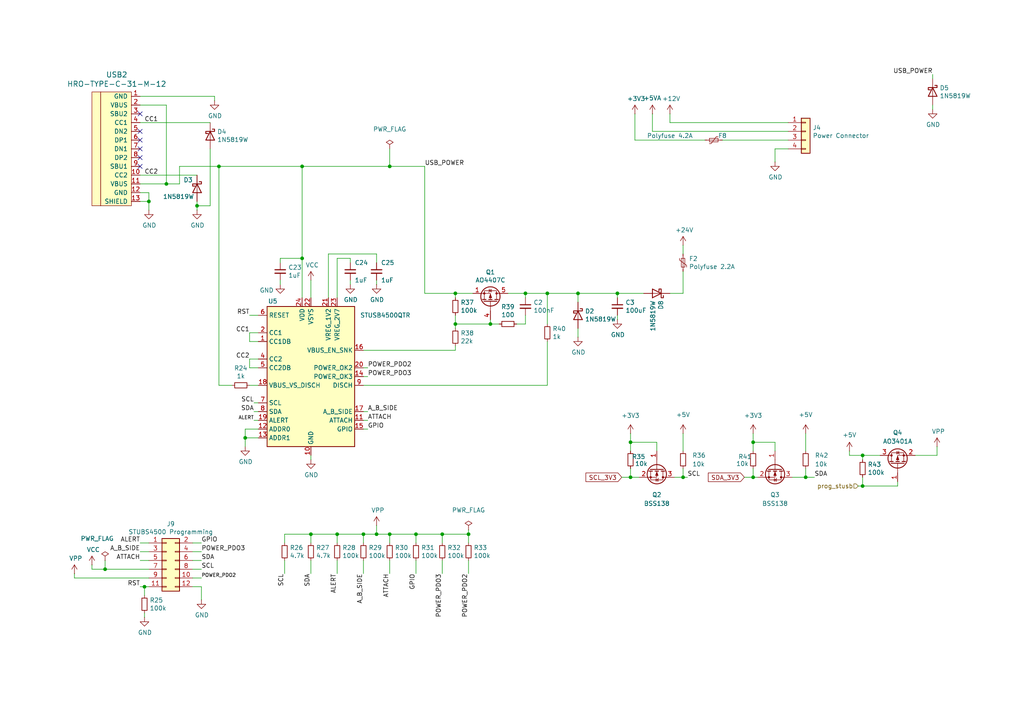
<source format=kicad_sch>
(kicad_sch (version 20231120) (generator "eeschema") (generator_version "8.0")
  (paper "A4")
  (title_block (title "Greaseweazle F7 Lighting, USB PD") (date "2023-08-27") (rev "2.04") (company "SweProj.com"))
  (lib_symbols
    (symbol "Connector_Generic:Conn_01x04" (pin_names (offset 1.016) hide)
      (property "Reference" "J" (at 0 5.08 0))
      (property "Value" "Conn_01x04" (at 0 -7.62 0))
      (symbol "Conn_01x04_1_1"
        (rectangle (start -1.27 -4.953) (end 0 -5.207) (stroke (width 0.1524)))
        (rectangle (start -1.27 -2.413) (end 0 -2.667) (stroke (width 0.1524)))
        (rectangle (start -1.27 0.127) (end 0 -0.127) (stroke (width 0.1524)))
        (rectangle (start -1.27 2.667) (end 0 2.413) (stroke (width 0.1524)))
        (rectangle (start -1.27 3.81) (end 1.27 -6.35) (stroke (width 0.254)) (fill (type background)))
        (pin passive line (at -5.08 2.54 0) (length 3.81) (name "Pin_1") (number "1"))
        (pin passive line (at -5.08 0 0) (length 3.81) (name "Pin_2") (number "2"))
        (pin passive line (at -5.08 -2.54 0) (length 3.81) (name "Pin_3") (number "3"))
        (pin passive line (at -5.08 -5.08 0) (length 3.81) (name "Pin_4") (number "4"))
      )
    )
    (symbol "Connector_Generic:Conn_02x06_Odd_Even" (pin_names (offset 1.016) hide)
      (property "Reference" "J" (at 1.27 7.62 0))
      (property "Value" "Conn_02x06_Odd_Even" (at 1.27 -10.16 0))
      (symbol "Conn_02x06_Odd_Even_1_1"
        (rectangle (start -1.27 -7.493) (end 0 -7.747) (stroke (width 0.1524)))
        (rectangle (start -1.27 -4.953) (end 0 -5.207) (stroke (width 0.1524)))
        (rectangle (start -1.27 -2.413) (end 0 -2.667) (stroke (width 0.1524)))
        (rectangle (start -1.27 0.127) (end 0 -0.127) (stroke (width 0.1524)))
        (rectangle (start -1.27 2.667) (end 0 2.413) (stroke (width 0.1524)))
        (rectangle (start -1.27 5.207) (end 0 4.953) (stroke (width 0.1524)))
        (rectangle (start -1.27 6.35) (end 3.81 -8.89) (stroke (width 0.254)) (fill (type background)))
        (rectangle (start 3.81 -7.493) (end 2.54 -7.747) (stroke (width 0.1524)))
        (rectangle (start 3.81 -4.953) (end 2.54 -5.207) (stroke (width 0.1524)))
        (rectangle (start 3.81 -2.413) (end 2.54 -2.667) (stroke (width 0.1524)))
        (rectangle (start 3.81 0.127) (end 2.54 -0.127) (stroke (width 0.1524)))
        (rectangle (start 3.81 2.667) (end 2.54 2.413) (stroke (width 0.1524)))
        (rectangle (start 3.81 5.207) (end 2.54 4.953) (stroke (width 0.1524)))
        (pin passive line (at -5.08 5.08 0) (length 3.81) (name "Pin_1") (number "1"))
        (pin passive line (at 7.62 -5.08 180) (length 3.81) (name "Pin_10") (number "10"))
        (pin passive line (at -5.08 -7.62 0) (length 3.81) (name "Pin_11") (number "11"))
        (pin passive line (at 7.62 -7.62 180) (length 3.81) (name "Pin_12") (number "12"))
        (pin passive line (at 7.62 5.08 180) (length 3.81) (name "Pin_2") (number "2"))
        (pin passive line (at -5.08 2.54 0) (length 3.81) (name "Pin_3") (number "3"))
        (pin passive line (at 7.62 2.54 180) (length 3.81) (name "Pin_4") (number "4"))
        (pin passive line (at -5.08 0 0) (length 3.81) (name "Pin_5") (number "5"))
        (pin passive line (at 7.62 0 180) (length 3.81) (name "Pin_6") (number "6"))
        (pin passive line (at -5.08 -2.54 0) (length 3.81) (name "Pin_7") (number "7"))
        (pin passive line (at 7.62 -2.54 180) (length 3.81) (name "Pin_8") (number "8"))
        (pin passive line (at -5.08 -5.08 0) (length 3.81) (name "Pin_9") (number "9"))
      )
    )
    (symbol "Device:C_Small" (pin_numbers hide) (pin_names (offset 0.254) hide)
      (property "Reference" "C" (at 0.254 1.778 0))
      (property "Value" "C_Small" (at 0.254 -2.032 0))
      (symbol "C_Small_0_1"
        (polyline (pts (xy -1.524 -0.508) (xy 1.524 -0.508)) (stroke (width 0.3302)))
        (polyline (pts (xy -1.524 0.508) (xy 1.524 0.508)) (stroke (width 0.3048)))
      )
      (symbol "C_Small_1_1"
        (pin passive line (at 0 2.54 270) (length 2.032) (name "~") (number "1"))
        (pin passive line (at 0 -2.54 90) (length 2.032) (name "~") (number "2"))
      )
    )
    (symbol "Device:D_Schottky" (pin_numbers hide) (pin_names (offset 1.016) hide)
      (property "Reference" "D" (at 0 2.54 0))
      (property "Value" "D_Schottky" (at 0 -2.54 0))
      (symbol "D_Schottky_0_1"
        (polyline (pts (xy 1.27 0) (xy -1.27 0)))
        (polyline (pts (xy 1.27 1.27) (xy 1.27 -1.27) (xy -1.27 0) (xy 1.27 1.27)) (stroke (width 0.254)))
        (polyline (pts (xy -1.905 0.635) (xy -1.905 1.27) (xy -1.27 1.27) (xy -1.27 -1.27) (xy -0.635 -1.27) (xy -0.635 -0.635)) (stroke (width 0.254)))
      )
      (symbol "D_Schottky_1_1"
        (pin passive line (at -3.81 0 0) (length 2.54) (name "K") (number "1"))
        (pin passive line (at 3.81 0 180) (length 2.54) (name "A") (number "2"))
      )
    )
    (symbol "Device:Polyfuse_Small" (pin_numbers hide) (pin_names (offset 0))
      (property "Reference" "F" (at -1.905 0 90))
      (property "Value" "Polyfuse_Small" (at 1.905 0 90))
      (symbol "Polyfuse_Small_0_1"
        (rectangle (start -0.508 1.27) (end 0.508 -1.27))
        (polyline (pts (xy 0 2.54) (xy 0 -2.54)))
        (polyline (pts (xy -1.016 1.27) (xy -1.016 0.762) (xy 1.016 -0.762) (xy 1.016 -1.27)))
      )
      (symbol "Polyfuse_Small_1_1"
        (pin passive line (at 0 2.54 270) (length 0.635) (name "~") (number "1"))
        (pin passive line (at 0 -2.54 90) (length 0.635) (name "~") (number "2"))
      )
    )
    (symbol "Device:R_Small" (pin_numbers hide) (pin_names (offset 0.254) hide)
      (property "Reference" "R" (at 0.762 0.508 0))
      (property "Value" "R_Small" (at 0.762 -1.016 0))
      (symbol "R_Small_0_1"
        (rectangle (start -0.762 1.778) (end 0.762 -1.778) (stroke (width 0.2032)))
      )
      (symbol "R_Small_1_1"
        (pin passive line (at 0 2.54 270) (length 0.762) (name "~") (number "1"))
        (pin passive line (at 0 -2.54 90) (length 0.762) (name "~") (number "2"))
      )
    )
    (symbol "Greaseweazle:HRO-TYPE-C-31-M-12" (pin_names (offset 1.016))
      (property "Reference" "USB" (at -5.08 16.51 0))
      (property "Value" "HRO-TYPE-C-31-M-12" (at -10.16 -1.27 90))
      (symbol "HRO-TYPE-C-31-M-12_0_1"
        (rectangle (start -11.43 15.24) (end -8.89 -17.78) (fill (type background)))
        (rectangle (start 0 -17.78) (end -8.89 15.24) (fill (type background)))
      )
      (symbol "HRO-TYPE-C-31-M-12_1_1"
        (pin input line (at 2.54 13.97 180) (length 2.54) (name "GND") (number "1"))
        (pin input line (at 2.54 -8.89 180) (length 2.54) (name "CC2") (number "10"))
        (pin input line (at 2.54 -11.43 180) (length 2.54) (name "VBUS") (number "11"))
        (pin input line (at 2.54 -13.97 180) (length 2.54) (name "GND") (number "12"))
        (pin input line (at 2.54 -16.51 180) (length 2.54) (name "SHIELD") (number "13"))
        (pin input line (at 2.54 11.43 180) (length 2.54) (name "VBUS") (number "2"))
        (pin input line (at 2.54 8.89 180) (length 2.54) (name "SBU2") (number "3"))
        (pin input line (at 2.54 6.35 180) (length 2.54) (name "CC1") (number "4"))
        (pin input line (at 2.54 3.81 180) (length 2.54) (name "DN2") (number "5"))
        (pin input line (at 2.54 1.27 180) (length 2.54) (name "DP1") (number "6"))
        (pin input line (at 2.54 -1.27 180) (length 2.54) (name "DN1") (number "7"))
        (pin input line (at 2.54 -3.81 180) (length 2.54) (name "DP2") (number "8"))
        (pin input line (at 2.54 -6.35 180) (length 2.54) (name "SBU1") (number "9"))
      )
    )
    (symbol "Interface_USB:STUSB4500QTR"
      (property "Reference" "U" (at -12.7 21.59 0))
      (property "Value" "STUSB4500QTR" (at 8.89 -21.59 0))
      (symbol "STUSB4500QTR_0_1"
        (rectangle (start -12.7 20.32) (end 12.7 -20.32) (stroke (width 0.254)) (fill (type background)))
      )
      (symbol "STUSB4500QTR_1_1"
        (pin bidirectional line (at -15.24 10.16 0) (length 2.54) (name "CC1DB") (number "1"))
        (pin power_in line (at 0 -22.86 90) (length 2.54) (name "GND") (number "10"))
        (pin open_collector line (at 15.24 -12.7 180) (length 2.54) (name "ATTACH") (number "11"))
        (pin input line (at -15.24 -15.24 0) (length 2.54) (name "ADDR0") (number "12"))
        (pin input line (at -15.24 -17.78 0) (length 2.54) (name "ADDR1") (number "13"))
        (pin open_collector line (at 15.24 0 180) (length 2.54) (name "POWER_OK3") (number "14"))
        (pin open_collector line (at 15.24 -15.24 180) (length 2.54) (name "GPIO") (number "15"))
        (pin open_collector line (at 15.24 7.62 180) (length 2.54) (name "VBUS_EN_SNK") (number "16"))
        (pin open_collector line (at 15.24 -10.16 180) (length 2.54) (name "A_B_SIDE") (number "17"))
        (pin input line (at -15.24 -2.54 0) (length 2.54) (name "VBUS_VS_DISCH") (number "18"))
        (pin open_collector line (at -15.24 -12.7 0) (length 2.54) (name "ALERT") (number "19"))
        (pin bidirectional line (at -15.24 12.7 0) (length 2.54) (name "CC1") (number "2"))
        (pin open_collector line (at 15.24 2.54 180) (length 2.54) (name "POWER_OK2") (number "20"))
        (pin power_out line (at 5.08 22.86 270) (length 2.54) (name "VREG_1V2") (number "21"))
        (pin power_in line (at 0 22.86 270) (length 2.54) (name "VSYS") (number "22"))
        (pin power_out line (at 7.62 22.86 270) (length 2.54) (name "VREG_2V7") (number "23"))
        (pin power_in line (at -2.54 22.86 270) (length 2.54) (name "VDD") (number "24"))
        (pin passive line (at 0 -22.86 90) (length 2.54) hide (name "GND") (number "25"))
        (pin no_connect line (at -12.7 15.24 0) (length 2.54) hide (name "NC") (number "3"))
        (pin bidirectional line (at -15.24 5.08 0) (length 2.54) (name "CC2") (number "4"))
        (pin bidirectional line (at -15.24 2.54 0) (length 2.54) (name "CC2DB") (number "5"))
        (pin input line (at -15.24 17.78 0) (length 2.54) (name "RESET") (number "6"))
        (pin input line (at -15.24 -7.62 0) (length 2.54) (name "SCL") (number "7"))
        (pin bidirectional line (at -15.24 -10.16 0) (length 2.54) (name "SDA") (number "8"))
        (pin bidirectional line (at 15.24 -2.54 180) (length 2.54) (name "DISCH") (number "9"))
      )
    )
    (symbol "Transistor_FET:AO3401A" (pin_names hide)
      (property "Reference" "Q" (at 5.08 1.905 0))
      (property "Value" "AO3401A" (at 5.08 0 0))
      (symbol "AO3401A_0_1"
        (polyline (pts (xy 0.254 0) (xy -2.54 0)))
        (polyline (pts (xy 0.254 1.905) (xy 0.254 -1.905)) (stroke (width 0.254)))
        (polyline (pts (xy 0.762 -1.27) (xy 0.762 -2.286)) (stroke (width 0.254)))
        (polyline (pts (xy 0.762 0.508) (xy 0.762 -0.508)) (stroke (width 0.254)))
        (polyline (pts (xy 0.762 2.286) (xy 0.762 1.27)) (stroke (width 0.254)))
        (polyline (pts (xy 2.54 2.54) (xy 2.54 1.778)))
        (polyline (pts (xy 2.54 -2.54) (xy 2.54 0) (xy 0.762 0)))
        (polyline (pts (xy 0.762 1.778) (xy 3.302 1.778) (xy 3.302 -1.778) (xy 0.762 -1.778)))
        (polyline (pts (xy 2.286 0) (xy 1.27 0.381) (xy 1.27 -0.381) (xy 2.286 0)) (fill (type outline)))
        (polyline (pts (xy 2.794 -0.508) (xy 2.921 -0.381) (xy 3.683 -0.381) (xy 3.81 -0.254)))
        (polyline (pts (xy 3.302 -0.381) (xy 2.921 0.254) (xy 3.683 0.254) (xy 3.302 -0.381)))
        (circle (center 1.651 0) (radius 2.794) (stroke (width 0.254)))
        (circle (center 2.54 -1.778) (radius 0.254) (fill (type outline)))
        (circle (center 2.54 1.778) (radius 0.254) (fill (type outline)))
      )
      (symbol "AO3401A_1_1"
        (pin input line (at -5.08 0 0) (length 2.54) (name "G") (number "1"))
        (pin passive line (at 2.54 -5.08 90) (length 2.54) (name "S") (number "2"))
        (pin passive line (at 2.54 5.08 270) (length 2.54) (name "D") (number "3"))
      )
    )
    (symbol "Transistor_FET:BSS138" (pin_names hide)
      (property "Reference" "Q" (at 5.08 1.905 0))
      (property "Value" "BSS138" (at 5.08 0 0))
      (symbol "BSS138_0_1"
        (polyline (pts (xy 0.254 0) (xy -2.54 0)))
        (polyline (pts (xy 0.254 1.905) (xy 0.254 -1.905)) (stroke (width 0.254)))
        (polyline (pts (xy 0.762 -1.27) (xy 0.762 -2.286)) (stroke (width 0.254)))
        (polyline (pts (xy 0.762 0.508) (xy 0.762 -0.508)) (stroke (width 0.254)))
        (polyline (pts (xy 0.762 2.286) (xy 0.762 1.27)) (stroke (width 0.254)))
        (polyline (pts (xy 2.54 2.54) (xy 2.54 1.778)))
        (polyline (pts (xy 2.54 -2.54) (xy 2.54 0) (xy 0.762 0)))
        (polyline (pts (xy 0.762 -1.778) (xy 3.302 -1.778) (xy 3.302 1.778) (xy 0.762 1.778)))
        (polyline (pts (xy 1.016 0) (xy 2.032 0.381) (xy 2.032 -0.381) (xy 1.016 0)) (fill (type outline)))
        (polyline (pts (xy 2.794 0.508) (xy 2.921 0.381) (xy 3.683 0.381) (xy 3.81 0.254)))
        (polyline (pts (xy 3.302 0.381) (xy 2.921 -0.254) (xy 3.683 -0.254) (xy 3.302 0.381)))
        (circle (center 1.651 0) (radius 2.794) (stroke (width 0.254)))
        (circle (center 2.54 -1.778) (radius 0.254) (fill (type outline)))
        (circle (center 2.54 1.778) (radius 0.254) (fill (type outline)))
      )
      (symbol "BSS138_1_1"
        (pin input line (at -5.08 0 0) (length 2.54) (name "G") (number "1"))
        (pin passive line (at 2.54 -5.08 90) (length 2.54) (name "S") (number "2"))
        (pin passive line (at 2.54 5.08 270) (length 2.54) (name "D") (number "3"))
      )
    )
    (symbol "Transistor_FET:IRF7404" (pin_names hide)
      (property "Reference" "Q" (at 5.08 1.905 0))
      (property "Value" "IRF7404" (at 5.08 0 0))
      (symbol "IRF7404_0_1"
        (polyline (pts (xy 0.254 0) (xy -2.54 0)))
        (polyline (pts (xy 0.254 1.905) (xy 0.254 -1.905)) (stroke (width 0.254)))
        (polyline (pts (xy 0.762 -1.27) (xy 0.762 -2.286)) (stroke (width 0.254)))
        (polyline (pts (xy 0.762 0.508) (xy 0.762 -0.508)) (stroke (width 0.254)))
        (polyline (pts (xy 0.762 2.286) (xy 0.762 1.27)) (stroke (width 0.254)))
        (polyline (pts (xy 2.54 2.54) (xy 2.54 1.778)))
        (polyline (pts (xy 2.54 -2.54) (xy 2.54 0) (xy 0.762 0)))
        (polyline (pts (xy 0.762 1.778) (xy 3.302 1.778) (xy 3.302 -1.778) (xy 0.762 -1.778)))
        (polyline (pts (xy 2.286 0) (xy 1.27 0.381) (xy 1.27 -0.381) (xy 2.286 0)) (fill (type outline)))
        (polyline (pts (xy 2.794 -0.508) (xy 2.921 -0.381) (xy 3.683 -0.381) (xy 3.81 -0.254)))
        (polyline (pts (xy 3.302 -0.381) (xy 2.921 0.254) (xy 3.683 0.254) (xy 3.302 -0.381)))
        (circle (center 1.651 0) (radius 2.794) (stroke (width 0.254)))
        (circle (center 2.54 -1.778) (radius 0.254) (fill (type outline)))
        (circle (center 2.54 1.778) (radius 0.254) (fill (type outline)))
      )
      (symbol "IRF7404_1_1"
        (pin passive line (at 2.54 -5.08 90) (length 2.54) (name "S") (number "1"))
        (pin passive line (at 2.54 -5.08 90) (length 2.54) hide (name "S") (number "2"))
        (pin passive line (at 2.54 -5.08 90) (length 2.54) hide (name "S") (number "3"))
        (pin passive line (at -5.08 0 0) (length 2.54) (name "G") (number "4"))
        (pin passive line (at 2.54 5.08 270) (length 2.54) (name "D") (number "5"))
        (pin passive line (at 2.54 5.08 270) (length 2.54) hide (name "D") (number "6"))
        (pin passive line (at 2.54 5.08 270) (length 2.54) hide (name "D") (number "7"))
        (pin passive line (at 2.54 5.08 270) (length 2.54) hide (name "D") (number "8"))
      )
    )
    (symbol "power:+12V" (power) (pin_numbers hide) (pin_names (offset 0) hide)
      (property "Value" "+12V" (at 0 3.556 0))
      (symbol "+12V_0_1"
        (polyline (pts (xy -0.762 1.27) (xy 0 2.54)))
        (polyline (pts (xy 0 0) (xy 0 2.54)))
        (polyline (pts (xy 0 2.54) (xy 0.762 1.27)))
      )
      (symbol "+12V_1_1"
        (pin power_in line (at 0 0 90) (length 0) (name "~") (number "1"))
      )
    )
    (symbol "power:+24V" (power) (pin_numbers hide) (pin_names (offset 0) hide)
      (property "Value" "+24V" (at 0 3.556 0))
      (symbol "+24V_0_1"
        (polyline (pts (xy -0.762 1.27) (xy 0 2.54)))
        (polyline (pts (xy 0 0) (xy 0 2.54)))
        (polyline (pts (xy 0 2.54) (xy 0.762 1.27)))
      )
      (symbol "+24V_1_1"
        (pin power_in line (at 0 0 90) (length 0) (name "~") (number "1"))
      )
    )
    (symbol "power:+3V3" (power) (pin_numbers hide) (pin_names (offset 0) hide)
      (property "Value" "+3V3" (at 0 3.556 0))
      (symbol "+3V3_0_1"
        (polyline (pts (xy -0.762 1.27) (xy 0 2.54)))
        (polyline (pts (xy 0 0) (xy 0 2.54)))
        (polyline (pts (xy 0 2.54) (xy 0.762 1.27)))
      )
      (symbol "+3V3_1_1"
        (pin power_in line (at 0 0 90) (length 0) (name "~") (number "1"))
      )
    )
    (symbol "power:+5V" (power) (pin_numbers hide) (pin_names (offset 0) hide)
      (property "Value" "+5V" (at 0 3.556 0))
      (symbol "+5V_0_1"
        (polyline (pts (xy -0.762 1.27) (xy 0 2.54)))
        (polyline (pts (xy 0 0) (xy 0 2.54)))
        (polyline (pts (xy 0 2.54) (xy 0.762 1.27)))
      )
      (symbol "+5V_1_1"
        (pin power_in line (at 0 0 90) (length 0) (name "~") (number "1"))
      )
    )
    (symbol "power:+5VA" (power) (pin_numbers hide) (pin_names (offset 0) hide)
      (property "Value" "+5VA" (at 0 3.556 0))
      (symbol "+5VA_0_1"
        (polyline (pts (xy -0.762 1.27) (xy 0 2.54)))
        (polyline (pts (xy 0 0) (xy 0 2.54)))
        (polyline (pts (xy 0 2.54) (xy 0.762 1.27)))
      )
      (symbol "+5VA_1_1"
        (pin power_in line (at 0 0 90) (length 0) (name "~") (number "1"))
      )
    )
    (symbol "power:GND" (power) (pin_numbers hide) (pin_names (offset 0) hide)
      (property "Value" "GND" (at 0 -3.81 0))
      (symbol "GND_0_1"
        (polyline (pts (xy 0 0) (xy 0 -1.27) (xy 1.27 -1.27) (xy 0 -2.54) (xy -1.27 -1.27) (xy 0 -1.27)))
      )
      (symbol "GND_1_1"
        (pin power_in line (at 0 0 270) (length 0) (name "~") (number "1"))
      )
    )
    (symbol "power:PWR_FLAG" (power) (pin_numbers hide) (pin_names (offset 0) hide)
      (property "Value" "PWR_FLAG" (at 0 3.81 0))
      (symbol "PWR_FLAG_0_0"
        (pin power_out line (at 0 0 90) (length 0) (name "~") (number "1"))
      )
      (symbol "PWR_FLAG_0_1"
        (polyline (pts (xy 0 0) (xy 0 1.27) (xy -1.016 1.905) (xy 0 2.54) (xy 1.016 1.905) (xy 0 1.27)))
      )
    )
    (symbol "power:VCC" (power) (pin_numbers hide) (pin_names (offset 0) hide)
      (property "Value" "VCC" (at 0 3.556 0))
      (symbol "VCC_0_1"
        (polyline (pts (xy -0.762 1.27) (xy 0 2.54)))
        (polyline (pts (xy 0 0) (xy 0 2.54)))
        (polyline (pts (xy 0 2.54) (xy 0.762 1.27)))
      )
      (symbol "VCC_1_1"
        (pin power_in line (at 0 0 90) (length 0) (name "~") (number "1"))
      )
    )
    (symbol "power:VPP" (power) (pin_numbers hide) (pin_names (offset 0) hide)
      (property "Value" "VPP" (at 0 3.556 0))
      (symbol "VPP_0_1"
        (polyline (pts (xy -0.762 1.27) (xy 0 2.54)))
        (polyline (pts (xy 0 0) (xy 0 2.54)))
        (polyline (pts (xy 0 2.54) (xy 0.762 1.27)))
      )
      (symbol "VPP_1_1"
        (pin power_in line (at 0 0 90) (length 0) (name "~") (number "1"))
      )
    )
  )
  (junction (at 41.91 170.18))
  (junction (at 182.88 138.43))
  (junction (at 87.63 74.93))
  (junction (at 198.12 138.43))
  (junction (at 167.64 85.09))
  (junction (at 182.88 128.27))
  (junction (at 120.65 154.94))
  (junction (at 87.63 48.26))
  (junction (at 97.79 154.94))
  (junction (at 142.24 93.98))
  (junction (at 152.4 85.09))
  (junction (at 132.08 85.09))
  (junction (at 158.75 85.09))
  (junction (at 179.07 85.09))
  (junction (at 48.26 53.34))
  (junction (at 30.48 165.1))
  (junction (at 218.44 138.43))
  (junction (at 113.03 154.94))
  (junction (at 218.44 128.27))
  (junction (at 250.19 132.08))
  (junction (at 105.41 154.94))
  (junction (at 43.18 58.42))
  (junction (at 135.89 154.94))
  (junction (at 132.08 93.98))
  (junction (at 63.5 48.26))
  (junction (at 250.19 140.97))
  (junction (at 57.15 59.69))
  (junction (at 109.22 154.94))
  (junction (at 233.68 138.43))
  (junction (at 90.17 154.94))
  (junction (at 128.27 154.94))
  (junction (at 113.03 48.26))
  (junction (at 71.12 127))
  (no_connect (at 40.64 33.02))
  (no_connect (at 40.64 48.26))
  (no_connect (at 40.64 40.64))
  (no_connect (at 40.64 45.72))
  (no_connect (at 40.64 38.1))
  (no_connect (at 40.64 43.18))
  (wire (pts (xy 58.42 170.18) (xy 58.42 173.99)))
  (wire (pts (xy 43.18 58.42) (xy 43.18 60.96)))
  (wire (pts (xy 113.03 43.18) (xy 113.03 48.26)))
  (wire (pts (xy 55.88 157.48) (xy 58.42 157.48)))
  (wire (pts (xy 97.79 86.36) (xy 97.79 74.93)))
  (wire (pts (xy 184.15 33.02) (xy 184.15 40.64)))
  (wire (pts (xy 74.93 91.44) (xy 72.39 91.44)))
  (wire (pts (xy 132.08 100.33) (xy 132.08 101.6)))
  (wire (pts (xy 194.31 33.02) (xy 194.31 35.56)))
  (wire (pts (xy 132.08 93.98) (xy 142.24 93.98)))
  (wire (pts (xy 179.07 91.44) (xy 179.07 92.71)))
  (wire (pts (xy 81.28 81.28) (xy 81.28 82.55)))
  (wire (pts (xy 233.68 138.43) (xy 236.22 138.43)))
  (wire (pts (xy 233.68 125.73) (xy 233.68 130.81)))
  (wire (pts (xy 142.24 93.98) (xy 142.24 92.71)))
  (wire (pts (xy 55.88 165.1) (xy 58.42 165.1)))
  (wire (pts (xy 105.41 124.46) (xy 106.68 124.46)))
  (wire (pts (xy 48.26 53.34) (xy 52.07 53.34)))
  (wire (pts (xy 71.12 124.46) (xy 71.12 127)))
  (wire (pts (xy 128.27 162.56) (xy 128.27 166.37)))
  (wire (pts (xy 105.41 109.22) (xy 106.68 109.22)))
  (wire (pts (xy 60.96 43.18) (xy 60.96 59.69)))
  (wire (pts (xy 132.08 85.09) (xy 137.16 85.09)))
  (wire (pts (xy 120.65 154.94) (xy 120.65 157.48)))
  (wire (pts (xy 72.39 106.68) (xy 72.39 104.14)))
  (wire (pts (xy 218.44 128.27) (xy 218.44 130.81)))
  (wire (pts (xy 224.79 128.27) (xy 224.79 130.81)))
  (wire (pts (xy 109.22 73.66) (xy 109.22 76.2)))
  (wire (pts (xy 180.34 138.43) (xy 182.88 138.43)))
  (wire (pts (xy 82.55 154.94) (xy 90.17 154.94)))
  (wire (pts (xy 194.31 35.56) (xy 228.6 35.56)))
  (wire (pts (xy 40.64 162.56) (xy 43.18 162.56)))
  (wire (pts (xy 190.5 128.27) (xy 182.88 128.27)))
  (wire (pts (xy 152.4 93.98) (xy 152.4 91.44)))
  (wire (pts (xy 87.63 86.36) (xy 87.63 74.93)))
  (wire (pts (xy 198.12 78.74) (xy 198.12 85.09)))
  (wire (pts (xy 87.63 74.93) (xy 81.28 74.93)))
  (wire (pts (xy 109.22 154.94) (xy 113.03 154.94)))
  (wire (pts (xy 224.79 46.99) (xy 224.79 43.18)))
  (wire (pts (xy 72.39 99.06) (xy 74.93 99.06)))
  (wire (pts (xy 215.9 138.43) (xy 218.44 138.43)))
  (wire (pts (xy 109.22 152.4) (xy 109.22 154.94)))
  (wire (pts (xy 41.91 170.18) (xy 43.18 170.18)))
  (wire (pts (xy 229.87 138.43) (xy 233.68 138.43)))
  (wire (pts (xy 120.65 154.94) (xy 128.27 154.94)))
  (wire (pts (xy 195.58 138.43) (xy 198.12 138.43)))
  (wire (pts (xy 135.89 153.67) (xy 135.89 154.94)))
  (wire (pts (xy 113.03 154.94) (xy 113.03 157.48)))
  (wire (pts (xy 233.68 135.89) (xy 233.68 138.43)))
  (wire (pts (xy 55.88 170.18) (xy 58.42 170.18)))
  (wire (pts (xy 105.41 162.56) (xy 105.41 166.37)))
  (wire (pts (xy 105.41 111.76) (xy 158.75 111.76)))
  (wire (pts (xy 74.93 106.68) (xy 72.39 106.68)))
  (wire (pts (xy 48.26 30.48) (xy 48.26 53.34)))
  (wire (pts (xy 182.88 138.43) (xy 185.42 138.43)))
  (wire (pts (xy 72.39 104.14) (xy 74.93 104.14)))
  (wire (pts (xy 270.51 21.59) (xy 270.51 22.86)))
  (wire (pts (xy 113.03 162.56) (xy 113.03 166.37)))
  (wire (pts (xy 21.59 167.64) (xy 43.18 167.64)))
  (wire (pts (xy 97.79 154.94) (xy 105.41 154.94)))
  (wire (pts (xy 179.07 85.09) (xy 186.69 85.09)))
  (wire (pts (xy 41.91 170.18) (xy 41.91 172.72)))
  (wire (pts (xy 123.19 48.26) (xy 123.19 85.09)))
  (wire (pts (xy 30.48 162.56) (xy 30.48 165.1)))
  (wire (pts (xy 71.12 127) (xy 71.12 129.54)))
  (wire (pts (xy 182.88 128.27) (xy 182.88 130.81)))
  (wire (pts (xy 74.93 116.84) (xy 73.66 116.84)))
  (wire (pts (xy 218.44 138.43) (xy 219.71 138.43)))
  (wire (pts (xy 250.19 132.08) (xy 250.19 133.35)))
  (wire (pts (xy 135.89 162.56) (xy 135.89 166.37)))
  (wire (pts (xy 113.03 154.94) (xy 120.65 154.94)))
  (wire (pts (xy 82.55 162.56) (xy 82.55 166.37)))
  (wire (pts (xy 167.64 95.25) (xy 167.64 97.79)))
  (wire (pts (xy 40.64 170.18) (xy 41.91 170.18)))
  (wire (pts (xy 52.07 48.26) (xy 63.5 48.26)))
  (wire (pts (xy 246.38 132.08) (xy 250.19 132.08)))
  (wire (pts (xy 63.5 111.76) (xy 67.31 111.76)))
  (wire (pts (xy 250.19 140.97) (xy 260.35 140.97)))
  (wire (pts (xy 73.66 119.38) (xy 74.93 119.38)))
  (wire (pts (xy 90.17 132.08) (xy 90.17 133.35)))
  (wire (pts (xy 184.15 40.64) (xy 204.47 40.64)))
  (wire (pts (xy 30.48 165.1) (xy 43.18 165.1)))
  (wire (pts (xy 128.27 154.94) (xy 135.89 154.94)))
  (wire (pts (xy 132.08 93.98) (xy 132.08 95.25)))
  (wire (pts (xy 105.41 101.6) (xy 132.08 101.6)))
  (wire (pts (xy 158.75 99.06) (xy 158.75 111.76)))
  (wire (pts (xy 128.27 154.94) (xy 128.27 157.48)))
  (wire (pts (xy 97.79 157.48) (xy 97.79 154.94)))
  (wire (pts (xy 40.64 157.48) (xy 43.18 157.48)))
  (wire (pts (xy 87.63 48.26) (xy 87.63 74.93)))
  (wire (pts (xy 167.64 85.09) (xy 179.07 85.09)))
  (wire (pts (xy 40.64 50.8) (xy 57.15 50.8)))
  (wire (pts (xy 198.12 138.43) (xy 199.39 138.43)))
  (wire (pts (xy 26.67 163.83) (xy 26.67 165.1)))
  (wire (pts (xy 271.78 129.54) (xy 271.78 132.08)))
  (wire (pts (xy 63.5 48.26) (xy 87.63 48.26)))
  (wire (pts (xy 135.89 154.94) (xy 135.89 157.48)))
  (wire (pts (xy 105.41 119.38) (xy 106.68 119.38)))
  (wire (pts (xy 109.22 81.28) (xy 109.22 82.55)))
  (wire (pts (xy 198.12 71.12) (xy 198.12 73.66)))
  (wire (pts (xy 132.08 85.09) (xy 132.08 86.36)))
  (wire (pts (xy 40.64 35.56) (xy 60.96 35.56)))
  (wire (pts (xy 41.91 177.8) (xy 41.91 179.07)))
  (wire (pts (xy 189.23 33.02) (xy 189.23 38.1)))
  (wire (pts (xy 90.17 162.56) (xy 90.17 166.37)))
  (wire (pts (xy 55.88 167.64) (xy 58.42 167.64)))
  (wire (pts (xy 40.64 53.34) (xy 48.26 53.34)))
  (wire (pts (xy 40.64 27.94) (xy 62.23 27.94)))
  (wire (pts (xy 120.65 162.56) (xy 120.65 166.37)))
  (wire (pts (xy 113.03 48.26) (xy 123.19 48.26)))
  (wire (pts (xy 105.41 154.94) (xy 105.41 157.48)))
  (wire (pts (xy 72.39 96.52) (xy 74.93 96.52)))
  (wire (pts (xy 250.19 132.08) (xy 255.27 132.08)))
  (wire (pts (xy 152.4 85.09) (xy 152.4 86.36)))
  (wire (pts (xy 97.79 74.93) (xy 101.6 74.93)))
  (wire (pts (xy 250.19 138.43) (xy 250.19 140.97)))
  (wire (pts (xy 95.25 86.36) (xy 95.25 73.66)))
  (wire (pts (xy 270.51 30.48) (xy 270.51 31.75)))
  (wire (pts (xy 101.6 74.93) (xy 101.6 76.2)))
  (wire (pts (xy 218.44 128.27) (xy 224.79 128.27)))
  (wire (pts (xy 55.88 160.02) (xy 58.42 160.02)))
  (wire (pts (xy 142.24 93.98) (xy 144.78 93.98)))
  (wire (pts (xy 260.35 140.97) (xy 260.35 139.7)))
  (wire (pts (xy 218.44 125.73) (xy 218.44 128.27)))
  (wire (pts (xy 158.75 85.09) (xy 167.64 85.09)))
  (wire (pts (xy 224.79 43.18) (xy 228.6 43.18)))
  (wire (pts (xy 182.88 135.89) (xy 182.88 138.43)))
  (wire (pts (xy 182.88 125.73) (xy 182.88 128.27)))
  (wire (pts (xy 218.44 135.89) (xy 218.44 138.43)))
  (wire (pts (xy 72.39 96.52) (xy 72.39 99.06)))
  (wire (pts (xy 74.93 124.46) (xy 71.12 124.46)))
  (wire (pts (xy 152.4 85.09) (xy 158.75 85.09)))
  (wire (pts (xy 57.15 59.69) (xy 57.15 60.96)))
  (wire (pts (xy 209.55 40.64) (xy 228.6 40.64)))
  (wire (pts (xy 81.28 74.93) (xy 81.28 76.2)))
  (wire (pts (xy 62.23 27.94) (xy 62.23 29.21)))
  (wire (pts (xy 248.92 140.97) (xy 250.19 140.97)))
  (wire (pts (xy 198.12 125.73) (xy 198.12 130.81)))
  (wire (pts (xy 60.96 59.69) (xy 57.15 59.69)))
  (wire (pts (xy 63.5 48.26) (xy 63.5 111.76)))
  (wire (pts (xy 52.07 53.34) (xy 52.07 48.26)))
  (wire (pts (xy 90.17 81.28) (xy 90.17 86.36)))
  (wire (pts (xy 71.12 127) (xy 74.93 127)))
  (wire (pts (xy 246.38 130.81) (xy 246.38 132.08)))
  (wire (pts (xy 73.66 121.92) (xy 74.93 121.92)))
  (wire (pts (xy 158.75 85.09) (xy 158.75 93.98)))
  (wire (pts (xy 87.63 48.26) (xy 113.03 48.26)))
  (wire (pts (xy 26.67 165.1) (xy 30.48 165.1)))
  (wire (pts (xy 57.15 58.42) (xy 57.15 59.69)))
  (wire (pts (xy 101.6 81.28) (xy 101.6 82.55)))
  (wire (pts (xy 132.08 91.44) (xy 132.08 93.98)))
  (wire (pts (xy 198.12 135.89) (xy 198.12 138.43)))
  (wire (pts (xy 90.17 154.94) (xy 97.79 154.94)))
  (wire (pts (xy 95.25 73.66) (xy 109.22 73.66)))
  (wire (pts (xy 105.41 106.68) (xy 106.68 106.68)))
  (wire (pts (xy 265.43 132.08) (xy 271.78 132.08)))
  (wire (pts (xy 72.39 111.76) (xy 74.93 111.76)))
  (wire (pts (xy 90.17 157.48) (xy 90.17 154.94)))
  (wire (pts (xy 55.88 162.56) (xy 58.42 162.56)))
  (wire (pts (xy 123.19 85.09) (xy 132.08 85.09)))
  (wire (pts (xy 147.32 85.09) (xy 152.4 85.09)))
  (wire (pts (xy 167.64 85.09) (xy 167.64 87.63)))
  (wire (pts (xy 40.64 58.42) (xy 43.18 58.42)))
  (wire (pts (xy 190.5 128.27) (xy 190.5 130.81)))
  (wire (pts (xy 21.59 166.37) (xy 21.59 167.64)))
  (wire (pts (xy 179.07 85.09) (xy 179.07 86.36)))
  (wire (pts (xy 194.31 85.09) (xy 198.12 85.09)))
  (wire (pts (xy 40.64 160.02) (xy 43.18 160.02)))
  (wire (pts (xy 149.86 93.98) (xy 152.4 93.98)))
  (wire (pts (xy 105.41 121.92) (xy 106.68 121.92)))
  (wire (pts (xy 82.55 157.48) (xy 82.55 154.94)))
  (wire (pts (xy 189.23 38.1) (xy 228.6 38.1)))
  (wire (pts (xy 97.79 162.56) (xy 97.79 166.37)))
  (wire (pts (xy 43.18 55.88) (xy 43.18 58.42)))
  (wire (pts (xy 40.64 55.88) (xy 43.18 55.88)))
  (wire (pts (xy 40.64 30.48) (xy 48.26 30.48)))
  (wire (pts (xy 105.41 154.94) (xy 109.22 154.94)))
  (label "A_B_SIDE" (at 105.41 166.37 270))
  (label "SCL" (at 58.42 165.1 0))
  (label "USB_POWER" (at 123.19 48.26 0))
  (label "POWER_PDO2" (at 58.42 167.64 0) (effects (font (size 1 1))))
  (label "SDA" (at 58.42 162.56 0))
  (label "POWER_PDO3" (at 106.68 109.22 0))
  (label "RST" (at 72.39 91.44 180))
  (label "CC1" (at 41.91 35.56 0))
  (label "A_B_SIDE" (at 106.68 119.38 0))
  (label "SCL" (at 73.66 116.84 180))
  (label "SCL" (at 199.39 138.43 0))
  (label "ATTACH" (at 40.64 162.56 180))
  (label "CC2" (at 41.91 50.8 0))
  (label "SDA" (at 73.66 119.38 180))
  (label "SDA" (at 236.22 138.43 0))
  (label "GPIO" (at 106.68 124.46 0))
  (label "SDA" (at 90.17 166.37 270))
  (label "ATTACH" (at 113.03 166.37 270))
  (label "ALERT" (at 40.64 157.48 180))
  (label "ATTACH" (at 106.68 121.92 0))
  (label "POWER_PDO2" (at 135.89 166.37 270))
  (label "GPIO" (at 58.42 157.48 0))
  (label "POWER_PDO3" (at 128.27 166.37 270))
  (label "ALERT" (at 97.79 166.37 270))
  (label "GPIO" (at 120.65 166.37 270))
  (label "RST" (at 40.64 170.18 180))
  (label "POWER_PDO3" (at 58.42 160.02 0))
  (label "CC2" (at 72.39 104.14 180))
  (label "USB_POWER" (at 270.51 21.59 180))
  (label "A_B_SIDE" (at 40.64 160.02 180))
  (label "POWER_PDO2" (at 106.68 106.68 0))
  (label "SCL" (at 82.55 166.37 270))
  (label "ALERT" (at 73.66 121.92 180) (effects (font (size 1 1))))
  (label "CC1" (at 72.39 96.52 180))
  (global_label "SCL_3V3" (shape input) (at 180.34 138.43 180) (property "Intersheetrefs" "${INTERSHEET_REFS}" (effects (hide yes))))
  (global_label "SDA_3V3" (shape input) (at 215.9 138.43 180) (property "Intersheetrefs" "${INTERSHEET_REFS}" (effects (hide yes))))
  (hierarchical_label "prog_stusb" (shape input) (at 248.92 140.97 180))
  (symbol (lib_id "Device:Polyfuse_Small") (at 207.01 40.64 270) (unit 1)
    (property "Reference" "F8" (at 209.55 39.37 90))
    (property "Value" "Polyfuse 4.2A" (at 194.31 39.37 90))
    (property "Footprint" "Greaseweazle:Fuse_2018Metric" (effects (hide yes)))
    (property "Description" "Resettable fuse, polymeric positive temperature coefficient, small symbol" (effects (hide yes)))
    (property "LCSC" "C21007" (effects (hide yes)))
  )
  (symbol (lib_id "power:+3V3") (at 184.15 33.02 0) (unit 1)
    (property "Reference" "#PWR0165" (effects (hide yes)))
    (property "Value" "+3V3" (at 184.531 28.6258 0))
    (property "Description" "Power symbol creates a global label with name \"+3V3\"" (effects (hide yes)))
  )
  (symbol (lib_id "Interface_USB:STUSB4500QTR") (at 90.17 109.22 0) (unit 1)
    (property "Reference" "U5" (at 79.121 87.376 0))
    (property "Value" "STUSB4500QTR" (at 111.76 91.44 0))
    (property "Footprint" "Package_DFN_QFN:QFN-24-1EP_4x4mm_P0.5mm_EP2.7x2.7mm" (effects (hide yes)))
    (property "Datasheet" "https://www.st.com/resource/en/datasheet/stusb4500.pdf" (effects (hide yes)))
    (property "Description" "Stand-alone USB PD controller (with sink Auto-run mode), QFN-24" (effects (hide yes)))
    (property "LCSC" "C2678061" (effects (hide yes)))
  )
  (symbol (lib_id "Greaseweazle:HRO-TYPE-C-31-M-12") (at 38.1 41.91 0) (unit 1)
    (property "Reference" "USB2" (at 33.8582 21.6662 0) (effects (font (size 1.524 1.524))))
    (property "Value" "HRO-TYPE-C-31-M-12" (at 33.8582 24.3586 0) (effects (font (size 1.524 1.524))))
    (property "Footprint" "Greaseweazle:HRO-TYPE-C-31-M-12" (effects (hide yes)))
    (property "Datasheet" "https://datasheet.lcsc.com/szlcsc/1811131825_Korean-Hroparts-Elec-TYPE-C-31-M-12_C165948.pdf" (effects (hide yes)))
    (property "LCSC" "C165948" (effects (hide yes)))
  )
  (symbol (lib_id "Connector_Generic:Conn_01x04") (at 233.68 38.1 0) (unit 1)
    (property "Reference" "J4" (at 235.712 37.0332 0) (effects (justify left)))
    (property "Value" "Power Connector" (at 235.712 39.3446 0) (effects (justify left)))
    (property "Footprint" "Connector_Phoenix_MC:PhoenixContact_MC_1,5_4-G-3.81_1x04_P3.81mm_Horizontal" (effects (hide yes)))
    (property "Description" "Generic connector, single row, 01x04, script generated (kicad-library-utils/schlib/autogen/connector/)" (effects (hide yes)))
  )
  (symbol (lib_id "Device:D_Schottky") (at 270.51 26.67 270) (unit 1)
    (property "Reference" "D5" (at 272.542 25.5016 90) (effects (justify left)))
    (property "Value" "1N5819W" (at 272.542 27.813 90) (effects (justify left)))
    (property "Footprint" "Diode_SMD:D_SOD-123" (effects (hide yes)))
    (property "Description" "Schottky diode" (effects (hide yes)))
    (property "LCSC" "C963381" (effects (hide yes)))
  )
  (symbol (lib_id "power:GND") (at 270.51 31.75 0) (unit 1)
    (property "Reference" "#PWR0123" (effects (hide yes)))
    (property "Value" "GND" (at 270.637 36.1442 0))
    (property "Description" "Power symbol creates a global label with name \"GND\" , ground" (effects (hide yes)))
  )
  (symbol (lib_id "Device:D_Schottky") (at 57.15 54.61 270) (unit 1)
    (property "Reference" "D3" (at 53.213 52.197 90) (effects (justify left)))
    (property "Value" "1N5819W" (at 47.244 57.023 90) (effects (justify left)))
    (property "Footprint" "Diode_SMD:D_SOD-123" (effects (hide yes)))
    (property "Description" "Schottky diode" (effects (hide yes)))
    (property "LCSC" "C963381" (effects (hide yes)))
  )
  (symbol (lib_id "power:GND") (at 57.15 60.96 0) (unit 1)
    (property "Reference" "#PWR0124" (effects (hide yes)))
    (property "Value" "GND" (at 57.277 65.3542 0))
    (property "Description" "Power symbol creates a global label with name \"GND\" , ground" (effects (hide yes)))
  )
  (symbol (lib_id "Device:D_Schottky") (at 60.96 39.37 270) (unit 1)
    (property "Reference" "D4" (at 62.992 38.2016 90) (effects (justify left)))
    (property "Value" "1N5819W" (at 62.992 40.513 90) (effects (justify left)))
    (property "Footprint" "Diode_SMD:D_SOD-123" (effects (hide yes)))
    (property "Description" "Schottky diode" (effects (hide yes)))
    (property "LCSC" "C963381" (effects (hide yes)))
  )
  (symbol (lib_id "power:GND") (at 43.18 60.96 0) (unit 1)
    (property "Reference" "#PWR0125" (effects (hide yes)))
    (property "Value" "GND" (at 43.307 65.3542 0))
    (property "Description" "Power symbol creates a global label with name \"GND\" , ground" (effects (hide yes)))
  )
  (symbol (lib_id "power:GND") (at 62.23 29.21 0) (unit 1)
    (property "Reference" "#PWR0127" (effects (hide yes)))
    (property "Value" "GND" (at 62.357 33.6042 0))
    (property "Description" "Power symbol creates a global label with name \"GND\" , ground" (effects (hide yes)))
  )
  (symbol (lib_id "Device:R_Small") (at 69.85 111.76 270) (unit 1)
    (property "Reference" "R24" (at 69.85 106.7816 90))
    (property "Value" "1k" (at 69.85 109.093 90))
    (property "Footprint" "Resistor_SMD:R_0402_1005Metric" (effects (hide yes)))
    (property "Description" "Resistor, small symbol" (effects (hide yes)))
    (property "LCSC" "C11702" (effects (hide yes)))
  )
  (symbol (lib_id "power:GND") (at 71.12 129.54 0) (unit 1)
    (property "Reference" "#PWR0122" (effects (hide yes)))
    (property "Value" "GND" (at 71.247 133.9342 0))
    (property "Description" "Power symbol creates a global label with name \"GND\" , ground" (effects (hide yes)))
  )
  (symbol (lib_id "power:GND") (at 90.17 133.35 0) (unit 1)
    (property "Reference" "#PWR0126" (effects (hide yes)))
    (property "Value" "GND" (at 90.297 137.7442 0))
    (property "Description" "Power symbol creates a global label with name \"GND\" , ground" (effects (hide yes)))
  )
  (symbol (lib_id "Connector_Generic:Conn_02x06_Odd_Even") (at 48.26 162.56 0) (unit 1)
    (property "Reference" "J9" (at 49.53 151.9682 0))
    (property "Value" "STUBS4500 Programming" (at 49.53 154.2796 0))
    (property "Footprint" "Connector_IDC:IDC-Header_2x06_P2.54mm_Vertical" (effects (hide yes)))
    (property "Description" "Generic connector, double row, 02x06, odd/even pin numbering scheme (row 1 odd numbers, row 2 even numbers), script generated (kicad-library-utils/schlib/autogen/connector/)" (effects (hide yes)))
    (property "LCSC" "C692422" (effects (hide yes)))
  )
  (symbol (lib_id "power:GND") (at 58.42 173.99 0) (unit 1)
    (property "Reference" "#PWR0128" (effects (hide yes)))
    (property "Value" "GND" (at 58.547 178.3842 0))
    (property "Description" "Power symbol creates a global label with name \"GND\" , ground" (effects (hide yes)))
  )
  (symbol (lib_id "Device:R_Small") (at 41.91 175.26 0) (unit 1)
    (property "Reference" "R25" (at 43.4086 174.0916 0) (effects (justify left)))
    (property "Value" "100k" (at 43.4086 176.403 0) (effects (justify left)))
    (property "Footprint" "Resistor_SMD:R_0402_1005Metric" (effects (hide yes)))
    (property "Description" "Resistor, small symbol" (effects (hide yes)))
    (property "LCSC" "C25741" (effects (hide yes)))
  )
  (symbol (lib_id "power:GND") (at 41.91 179.07 0) (unit 1)
    (property "Reference" "#PWR0129" (effects (hide yes)))
    (property "Value" "GND" (at 42.037 183.4642 0))
    (property "Description" "Power symbol creates a global label with name \"GND\" , ground" (effects (hide yes)))
  )
  (symbol (lib_id "power:VPP") (at 21.59 166.37 0) (unit 1)
    (property "Reference" "#PWR0133" (effects (hide yes)))
    (property "Value" "VPP" (at 21.971 161.9758 0))
    (property "Description" "Power symbol creates a global label with name \"VPP\"" (effects (hide yes)))
  )
  (symbol (lib_id "power:VCC") (at 26.67 163.83 0) (unit 1)
    (property "Reference" "#PWR0134" (effects (hide yes)))
    (property "Value" "VCC" (at 27.051 159.4358 0))
    (property "Description" "Power symbol creates a global label with name \"VCC\"" (effects (hide yes)))
  )
  (symbol (lib_id "power:VPP") (at 109.22 152.4 0) (unit 1)
    (property "Reference" "#PWR0135" (effects (hide yes)))
    (property "Value" "VPP" (at 109.601 148.0058 0))
    (property "Description" "Power symbol creates a global label with name \"VPP\"" (effects (hide yes)))
  )
  (symbol (lib_id "Device:R_Small") (at 97.79 160.02 0) (unit 1)
    (property "Reference" "R28" (at 99.2886 158.8516 0) (effects (justify left)))
    (property "Value" "100k" (at 99.2886 161.163 0) (effects (justify left)))
    (property "Footprint" "Resistor_SMD:R_0402_1005Metric" (effects (hide yes)))
    (property "Description" "Resistor, small symbol" (effects (hide yes)))
    (property "LCSC" "C25741" (effects (hide yes)))
  )
  (symbol (lib_id "Device:R_Small") (at 105.41 160.02 0) (unit 1)
    (property "Reference" "R29" (at 106.9086 158.8516 0) (effects (justify left)))
    (property "Value" "100k" (at 106.9086 161.163 0) (effects (justify left)))
    (property "Footprint" "Resistor_SMD:R_0402_1005Metric" (effects (hide yes)))
    (property "Description" "Resistor, small symbol" (effects (hide yes)))
    (property "LCSC" "C25741" (effects (hide yes)))
  )
  (symbol (lib_id "Device:R_Small") (at 113.03 160.02 0) (unit 1)
    (property "Reference" "R30" (at 114.5286 158.8516 0) (effects (justify left)))
    (property "Value" "100k" (at 114.5286 161.163 0) (effects (justify left)))
    (property "Footprint" "Resistor_SMD:R_0402_1005Metric" (effects (hide yes)))
    (property "Description" "Resistor, small symbol" (effects (hide yes)))
    (property "LCSC" "C25741" (effects (hide yes)))
  )
  (symbol (lib_id "Device:R_Small") (at 120.65 160.02 0) (unit 1)
    (property "Reference" "R31" (at 122.1486 158.8516 0) (effects (justify left)))
    (property "Value" "100k" (at 122.1486 161.163 0) (effects (justify left)))
    (property "Footprint" "Resistor_SMD:R_0402_1005Metric" (effects (hide yes)))
    (property "Description" "Resistor, small symbol" (effects (hide yes)))
    (property "LCSC" "C25741" (effects (hide yes)))
  )
  (symbol (lib_id "Device:R_Small") (at 128.27 160.02 0) (unit 1)
    (property "Reference" "R32" (at 129.7686 158.8516 0) (effects (justify left)))
    (property "Value" "100k" (at 129.7686 161.163 0) (effects (justify left)))
    (property "Footprint" "Resistor_SMD:R_0402_1005Metric" (effects (hide yes)))
    (property "Description" "Resistor, small symbol" (effects (hide yes)))
    (property "LCSC" "C25741" (effects (hide yes)))
  )
  (symbol (lib_id "Device:R_Small") (at 135.89 160.02 0) (unit 1)
    (property "Reference" "R33" (at 137.3886 158.8516 0) (effects (justify left)))
    (property "Value" "100k" (at 137.3886 161.163 0) (effects (justify left)))
    (property "Footprint" "Resistor_SMD:R_0402_1005Metric" (effects (hide yes)))
    (property "Description" "Resistor, small symbol" (effects (hide yes)))
    (property "LCSC" "C25741" (effects (hide yes)))
  )
  (symbol (lib_id "Device:R_Small") (at 90.17 160.02 0) (unit 1)
    (property "Reference" "R27" (at 91.6686 158.8516 0) (effects (justify left)))
    (property "Value" "4.7k" (at 91.6686 161.163 0) (effects (justify left)))
    (property "Footprint" "Resistor_SMD:R_0402_1005Metric" (effects (hide yes)))
    (property "Description" "Resistor, small symbol" (effects (hide yes)))
    (property "LCSC" "C25900" (effects (hide yes)))
  )
  (symbol (lib_id "Device:R_Small") (at 82.55 160.02 0) (unit 1)
    (property "Reference" "R26" (at 84.0486 158.8516 0) (effects (justify left)))
    (property "Value" "4.7k" (at 84.0486 161.163 0) (effects (justify left)))
    (property "Footprint" "Resistor_SMD:R_0402_1005Metric" (effects (hide yes)))
    (property "Description" "Resistor, small symbol" (effects (hide yes)))
    (property "LCSC" "C25900" (effects (hide yes)))
  )
  (symbol (lib_id "power:VCC") (at 90.17 81.28 0) (unit 1)
    (property "Reference" "#PWR0136" (effects (hide yes)))
    (property "Value" "VCC" (at 90.551 76.8858 0))
    (property "Description" "Power symbol creates a global label with name \"VCC\"" (effects (hide yes)))
  )
  (symbol (lib_id "Device:C_Small") (at 101.6 78.74 0) (unit 1)
    (property "Reference" "C24" (at 102.87 76.2 0) (effects (justify left)))
    (property "Value" "1uF" (at 102.87 81.28 0) (effects (justify left)))
    (property "Footprint" "Capacitor_SMD:C_0603_1608Metric" (effects (hide yes)))
    (property "Description" "Unpolarized capacitor, small symbol" (effects (hide yes)))
    (property "LCSC" "C15849" (effects (hide yes)))
  )
  (symbol (lib_id "Device:C_Small") (at 109.22 78.74 0) (unit 1)
    (property "Reference" "C25" (at 110.49 76.2 0) (effects (justify left)))
    (property "Value" "1uF" (at 110.49 81.28 0) (effects (justify left)))
    (property "Footprint" "Capacitor_SMD:C_0603_1608Metric" (effects (hide yes)))
    (property "Description" "Unpolarized capacitor, small symbol" (effects (hide yes)))
    (property "LCSC" "C15849" (effects (hide yes)))
  )
  (symbol (lib_id "Device:C_Small") (at 81.28 78.74 0) (unit 1)
    (property "Reference" "C23" (at 83.6168 77.5716 0) (effects (justify left)))
    (property "Value" "1uF" (at 83.6168 79.883 0) (effects (justify left)))
    (property "Footprint" "Capacitor_SMD:C_0603_1608Metric" (effects (hide yes)))
    (property "Description" "Unpolarized capacitor, small symbol" (effects (hide yes)))
    (property "LCSC" "C15849" (effects (hide yes)))
  )
  (symbol (lib_id "power:GND") (at 81.28 82.55 0) (unit 1)
    (property "Reference" "#PWR0137" (effects (hide yes)))
    (property "Value" "GND" (at 77.343 84.201 0))
    (property "Description" "Power symbol creates a global label with name \"GND\" , ground" (effects (hide yes)))
  )
  (symbol (lib_id "power:GND") (at 101.6 82.55 0) (unit 1)
    (property "Reference" "#PWR0138" (effects (hide yes)))
    (property "Value" "GND" (at 101.727 86.9442 0))
    (property "Description" "Power symbol creates a global label with name \"GND\" , ground" (effects (hide yes)))
  )
  (symbol (lib_id "power:GND") (at 109.22 82.55 0) (unit 1)
    (property "Reference" "#PWR0139" (effects (hide yes)))
    (property "Value" "GND" (at 109.347 86.9442 0))
    (property "Description" "Power symbol creates a global label with name \"GND\" , ground" (effects (hide yes)))
  )
  (symbol (lib_id "Transistor_FET:IRF7404") (at 142.24 87.63 270) (mirror x) (unit 1)
    (property "Reference" "Q1" (at 142.24 78.9432 90))
    (property "Value" "AO4407C" (at 142.24 81.2546 90))
    (property "Footprint" "Package_SO:SOIC-8_3.9x4.9mm_P1.27mm" (effects (hide yes)))
    (property "Datasheet" "http://www.infineon.com/dgdl/irf7404.pdf?fileId=5546d462533600a4015355fa2b5b1b9e" (effects (hide yes)))
    (property "Description" "-6.7A Id, -20V Vds, P-Channel HEXFET Power MOSFET, SO-8" (effects (hide yes)))
    (property "LCSC" "C469397" (effects (hide yes)))
  )
  (symbol (lib_id "Device:R_Small") (at 132.08 88.9 0) (unit 1)
    (property "Reference" "R37" (at 133.5786 87.7316 0) (effects (justify left)))
    (property "Value" "100k" (at 133.5786 90.043 0) (effects (justify left)))
    (property "Footprint" "Resistor_SMD:R_0402_1005Metric" (effects (hide yes)))
    (property "Description" "Resistor, small symbol" (effects (hide yes)))
    (property "LCSC" "C25741" (effects (hide yes)))
  )
  (symbol (lib_id "Device:R_Small") (at 132.08 97.79 0) (unit 1)
    (property "Reference" "R38" (at 133.5786 96.6216 0) (effects (justify left)))
    (property "Value" "22k" (at 133.5786 98.933 0) (effects (justify left)))
    (property "Footprint" "Resistor_SMD:R_0402_1005Metric" (effects (hide yes)))
    (property "Description" "Resistor, small symbol" (effects (hide yes)))
    (property "LCSC" "C25768" (effects (hide yes)))
  )
  (symbol (lib_id "Device:R_Small") (at 147.32 93.98 270) (unit 1)
    (property "Reference" "R39" (at 147.32 89.0016 90))
    (property "Value" "100" (at 147.32 91.313 90))
    (property "Footprint" "Resistor_SMD:R_0402_1005Metric" (effects (hide yes)))
    (property "Description" "Resistor, small symbol" (effects (hide yes)))
    (property "LCSC" "C25076" (effects (hide yes)))
  )
  (symbol (lib_id "Device:C_Small") (at 152.4 88.9 0) (unit 1)
    (property "Reference" "C2" (at 154.7368 87.7316 0) (effects (justify left)))
    (property "Value" "100nF" (at 154.7368 90.043 0) (effects (justify left)))
    (property "Footprint" "Capacitor_SMD:C_0402_1005Metric" (effects (hide yes)))
    (property "Description" "Unpolarized capacitor, small symbol" (effects (hide yes)))
    (property "LCSC" "C1525" (effects (hide yes)))
  )
  (symbol (lib_id "Device:D_Schottky") (at 167.64 91.44 270) (unit 1)
    (property "Reference" "D2" (at 169.672 90.2716 90) (effects (justify left)))
    (property "Value" "1N5819W" (at 169.672 92.583 90) (effects (justify left)))
    (property "Footprint" "Diode_SMD:D_SOD-123" (effects (hide yes)))
    (property "Description" "Schottky diode" (effects (hide yes)))
    (property "LCSC" "C963381" (effects (hide yes)))
  )
  (symbol (lib_id "power:GND") (at 167.64 97.79 0) (unit 1)
    (property "Reference" "#PWR0142" (effects (hide yes)))
    (property "Value" "GND" (at 167.767 102.1842 0))
    (property "Description" "Power symbol creates a global label with name \"GND\" , ground" (effects (hide yes)))
  )
  (symbol (lib_id "Device:R_Small") (at 158.75 96.52 180) (unit 1)
    (property "Reference" "R40" (at 160.2486 95.3516 0) (effects (justify right)))
    (property "Value" "1k" (at 160.2486 97.663 0) (effects (justify right)))
    (property "Footprint" "Resistor_SMD:R_0402_1005Metric" (effects (hide yes)))
    (property "Description" "Resistor, small symbol" (effects (hide yes)))
    (property "LCSC" "C11702" (effects (hide yes)))
  )
  (symbol (lib_id "Device:C_Small") (at 179.07 88.9 0) (unit 1)
    (property "Reference" "C3" (at 181.4068 87.7316 0) (effects (justify left)))
    (property "Value" "100uF" (at 181.4068 90.043 0) (effects (justify left)))
    (property "Footprint" "Capacitor_SMD:C_1210_3225Metric" (effects (hide yes)))
    (property "Description" "Unpolarized capacitor, small symbol" (effects (hide yes)))
    (property "LCSC" "C49066" (effects (hide yes)))
  )
  (symbol (lib_id "power:GND") (at 179.07 92.71 0) (unit 1)
    (property "Reference" "#PWR0144" (effects (hide yes)))
    (property "Value" "GND" (at 179.197 97.1042 0))
    (property "Description" "Power symbol creates a global label with name \"GND\" , ground" (effects (hide yes)))
  )
  (symbol (lib_id "Device:D_Schottky") (at 190.5 85.09 180) (unit 1)
    (property "Reference" "D8" (at 191.6684 87.122 90) (effects (justify left)))
    (property "Value" "1N5819W" (at 189.357 87.122 90) (effects (justify left)))
    (property "Footprint" "Diode_SMD:D_SOD-123" (effects (hide yes)))
    (property "Description" "Schottky diode" (effects (hide yes)))
    (property "LCSC" "C963381" (effects (hide yes)))
  )
  (symbol (lib_id "power:+12V") (at 194.31 33.02 0) (unit 1)
    (property "Reference" "#PWR0162" (effects (hide yes)))
    (property "Value" "+12V" (at 194.691 28.6258 0))
    (property "Description" "Power symbol creates a global label with name \"+12V\"" (effects (hide yes)))
  )
  (symbol (lib_id "power:GND") (at 224.79 46.99 0) (unit 1)
    (property "Reference" "#PWR0164" (effects (hide yes)))
    (property "Value" "GND" (at 224.917 51.3842 0))
    (property "Description" "Power symbol creates a global label with name \"GND\" , ground" (effects (hide yes)))
  )
  (symbol (lib_id "power:+24V") (at 198.12 71.12 0) (unit 1)
    (property "Reference" "#PWR0130" (effects (hide yes)))
    (property "Value" "+24V" (at 198.501 66.7258 0))
    (property "Description" "Power symbol creates a global label with name \"+24V\"" (effects (hide yes)))
  )
  (symbol (lib_id "Device:Polyfuse_Small") (at 198.12 76.2 0) (unit 1)
    (property "Reference" "F2" (at 199.8472 75.0316 0) (effects (justify left)))
    (property "Value" "Polyfuse 2.2A" (at 199.8472 77.343 0) (effects (justify left)))
    (property "Footprint" "Greaseweazle:Fuse_2018Metric" (effects (hide yes)))
    (property "Description" "Resettable fuse, polymeric positive temperature coefficient, small symbol" (effects (hide yes)))
    (property "LCSC" "C122658" (effects (hide yes)))
  )
  (symbol (lib_id "Device:R_Small") (at 198.12 133.35 0) (unit 1)
    (property "Reference" "R36" (at 200.787 132.0799 0) (effects (justify left)))
    (property "Value" "10k" (at 200.787 134.6199 0) (effects (justify left)))
    (property "Footprint" "Resistor_SMD:R_0402_1005Metric" (effects (hide yes)))
    (property "Description" "Resistor, small symbol" (effects (hide yes)))
    (property "LCSC" "C25744" (effects (hide yes)))
  )
  (symbol (lib_id "power:+5V") (at 233.68 125.73 0) (unit 1)
    (property "Reference" "#PWR0180" (effects (hide yes)))
    (property "Value" "+5V" (at 233.68 120.2931 0))
    (property "Description" "Power symbol creates a global label with name \"+5V\"" (effects (hide yes)))
  )
  (symbol (lib_id "Device:R_Small") (at 218.44 133.35 0) (unit 1)
    (property "Reference" "R41" (at 214.122 132.461 0) (effects (justify left)))
    (property "Value" "10k" (at 213.487 134.493 0) (effects (justify left)))
    (property "Footprint" "Resistor_SMD:R_0402_1005Metric" (effects (hide yes)))
    (property "Description" "Resistor, small symbol" (effects (hide yes)))
    (property "LCSC" "C25744" (effects (hide yes)))
  )
  (symbol (lib_id "Transistor_FET:AO3401A") (at 260.35 134.62 90) (unit 1)
    (property "Reference" "Q4" (at 260.35 125.476 90))
    (property "Value" "AO3401A" (at 260.35 128.016 90))
    (property "Footprint" "Package_TO_SOT_SMD:SOT-23" (effects (hide yes)))
    (property "Datasheet" "http://www.aosmd.com/pdfs/datasheet/AO3401A.pdf" (effects (hide yes)))
    (property "Description" "-4.0A Id, -30V Vds, P-Channel MOSFET, SOT-23" (effects (hide yes)))
    (property "LCSC" "C15127" (effects (hide yes)))
  )
  (symbol (lib_id "power:PWR_FLAG") (at 135.89 153.67 0) (unit 1)
    (property "Reference" "#FLG01" (effects (hide yes)))
    (property "Value" "PWR_FLAG" (at 135.89 147.955 0))
    (property "Description" "Special symbol for telling ERC where power comes from" (effects (hide yes)))
  )
  (symbol (lib_id "power:+5V") (at 198.12 125.73 0) (unit 1)
    (property "Reference" "#PWR0181" (effects (hide yes)))
    (property "Value" "+5V" (at 198.12 120.2931 0))
    (property "Description" "Power symbol creates a global label with name \"+5V\"" (effects (hide yes)))
  )
  (symbol (lib_id "power:PWR_FLAG") (at 113.03 43.18 0) (unit 1)
    (property "Reference" "#FLG0112" (effects (hide yes)))
    (property "Value" "PWR_FLAG" (at 113.03 37.465 0))
    (property "Description" "Special symbol for telling ERC where power comes from" (effects (hide yes)))
  )
  (symbol (lib_id "power:+3V3") (at 182.88 125.73 0) (unit 1)
    (property "Reference" "#PWR0179" (effects (hide yes)))
    (property "Value" "+3V3" (at 182.88 120.523 0))
    (property "Description" "Power symbol creates a global label with name \"+3V3\"" (effects (hide yes)))
  )
  (symbol (lib_id "Device:R_Small") (at 250.19 135.89 0) (unit 1)
    (property "Reference" "R43" (at 251.6886 134.7216 0) (effects (justify left)))
    (property "Value" "100k" (at 251.6886 137.033 0) (effects (justify left)))
    (property "Footprint" "Resistor_SMD:R_0402_1005Metric" (effects (hide yes)))
    (property "Description" "Resistor, small symbol" (effects (hide yes)))
    (property "LCSC" "C25741" (effects (hide yes)))
  )
  (symbol (lib_id "power:+5VA") (at 189.23 33.02 0) (unit 1)
    (property "Reference" "#PWR0163" (effects (hide yes)))
    (property "Value" "+5VA" (at 189.23 28.448 0))
    (property "Description" "Power symbol creates a global label with name \"+5VA\"" (effects (hide yes)))
  )
  (symbol (lib_id "Transistor_FET:BSS138") (at 224.79 135.89 270) (unit 1)
    (property "Reference" "Q3" (at 224.79 143.51 90))
    (property "Value" "BSS138" (at 224.79 146.05 90))
    (property "Footprint" "Package_TO_SOT_SMD:SOT-23" (effects (hide yes)))
    (property "Datasheet" "https://www.onsemi.com/pub/Collateral/BSS138-D.PDF" (effects (hide yes)))
    (property "Description" "50V Vds, 0.22A Id, N-Channel MOSFET, SOT-23" (effects (hide yes)))
    (property "LCSC" "C112239" (effects (hide yes)))
  )
  (symbol (lib_id "power:VPP") (at 271.78 129.54 0) (unit 1)
    (property "Reference" "#PWR0176" (effects (hide yes)))
    (property "Value" "VPP" (at 272.161 125.1458 0))
    (property "Description" "Power symbol creates a global label with name \"VPP\"" (effects (hide yes)))
  )
  (symbol (lib_id "Transistor_FET:BSS138") (at 190.5 135.89 270) (unit 1)
    (property "Reference" "Q2" (at 190.5 143.51 90))
    (property "Value" "BSS138" (at 190.5 146.05 90))
    (property "Footprint" "Package_TO_SOT_SMD:SOT-23" (effects (hide yes)))
    (property "Datasheet" "https://www.onsemi.com/pub/Collateral/BSS138-D.PDF" (effects (hide yes)))
    (property "Description" "50V Vds, 0.22A Id, N-Channel MOSFET, SOT-23" (effects (hide yes)))
    (property "LCSC" "C112239" (effects (hide yes)))
  )
  (symbol (lib_id "power:+3V3") (at 218.44 125.73 0) (unit 1)
    (property "Reference" "#PWR0182" (effects (hide yes)))
    (property "Value" "+3V3" (at 218.44 120.523 0))
    (property "Description" "Power symbol creates a global label with name \"+3V3\"" (effects (hide yes)))
  )
  (symbol (lib_id "Device:R_Small") (at 182.88 133.35 0) (mirror y) (unit 1)
    (property "Reference" "R35" (at 187.198 132.461 0) (effects (justify left)))
    (property "Value" "10k" (at 187.833 134.493 0) (effects (justify left)))
    (property "Footprint" "Resistor_SMD:R_0402_1005Metric" (effects (hide yes)))
    (property "Description" "Resistor, small symbol" (effects (hide yes)))
    (property "LCSC" "C25744" (effects (hide yes)))
  )
  (symbol (lib_id "power:+5V") (at 246.38 130.81 0) (unit 1)
    (property "Reference" "#PWR0178" (effects (hide yes)))
    (property "Value" "+5V" (at 246.38 126.1618 0))
    (property "Description" "Power symbol creates a global label with name \"+5V\"" (effects (hide yes)))
  )
  (symbol (lib_id "power:PWR_FLAG") (at 30.48 162.56 0) (unit 1)
    (property "Reference" "#FLG02" (effects (hide yes)))
    (property "Value" "PWR_FLAG" (at 28.194 156.21 0))
    (property "Description" "Special symbol for telling ERC where power comes from" (effects (hide yes)))
  )
  (symbol (lib_id "Device:R_Small") (at 233.68 133.35 0) (unit 1)
    (property "Reference" "R42" (at 236.347 132.0799 0) (effects (justify left)))
    (property "Value" "10k" (at 236.347 134.6199 0) (effects (justify left)))
    (property "Footprint" "Resistor_SMD:R_0402_1005Metric" (effects (hide yes)))
    (property "Description" "Resistor, small symbol" (effects (hide yes)))
    (property "LCSC" "C25744" (effects (hide yes)))
  )
)
</source>
